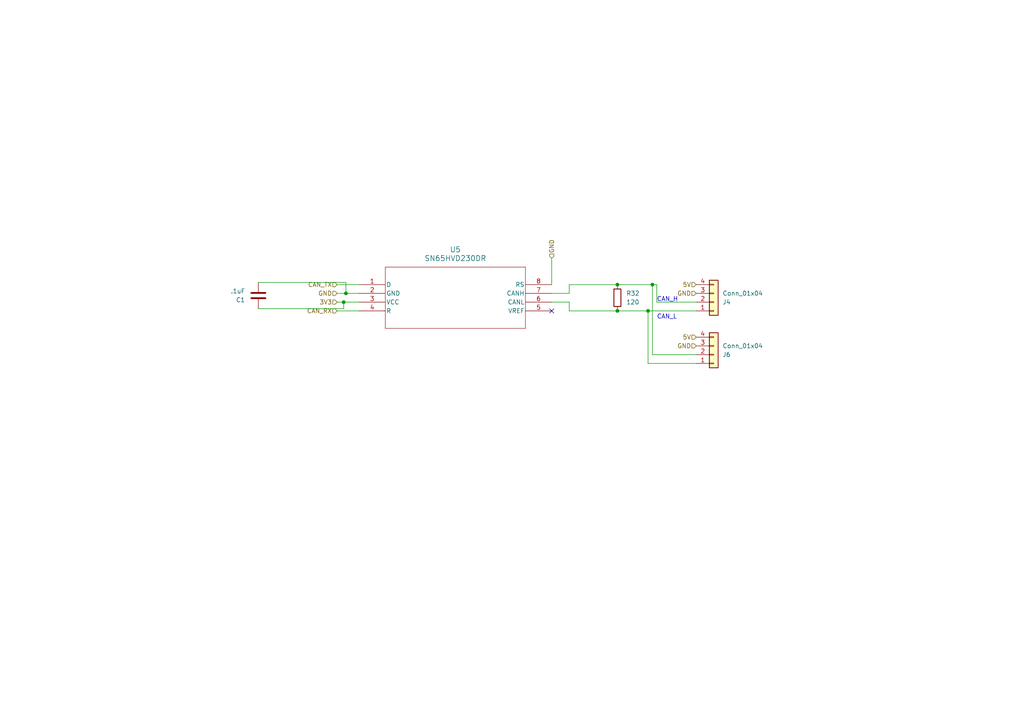
<source format=kicad_sch>
(kicad_sch (version 20230121) (generator eeschema)
  (paper "A4")
  (lib_symbols
    (symbol "Connector_Generic:Conn_01x04" (pin_names (offset 1.016) hide)
      (property "Reference" "J" (at 0 5.08 0))
      (property "Value" "Conn_01x04" (at 0 -7.62 0))
      (symbol "Conn_01x04_1_1"
        (rectangle (start -1.27 -4.953) (end 0 -5.207) (stroke (width 0.1524)))
        (rectangle (start -1.27 -2.413) (end 0 -2.667) (stroke (width 0.1524)))
        (rectangle (start -1.27 0.127) (end 0 -0.127) (stroke (width 0.1524)))
        (rectangle (start -1.27 2.667) (end 0 2.413) (stroke (width 0.1524)))
        (rectangle (start -1.27 3.81) (end 1.27 -6.35) (stroke (width 0.254)) (fill (type background)))
        (pin passive line (at -5.08 2.54 0) (length 3.81) (name "Pin_1") (number "1"))
        (pin passive line (at -5.08 0 0) (length 3.81) (name "Pin_2") (number "2"))
        (pin passive line (at -5.08 -2.54 0) (length 3.81) (name "Pin_3") (number "3"))
        (pin passive line (at -5.08 -5.08 0) (length 3.81) (name "Pin_4") (number "4"))
      )
    )
    (symbol "Device:C" (pin_numbers hide) (pin_names (offset 0.254))
      (property "Reference" "C" (at 0.635 2.54 0))
      (property "Value" "C" (at 0.635 -2.54 0))
      (symbol "C_0_1"
        (polyline (pts (xy -2.032 -0.762) (xy 2.032 -0.762)) (stroke (width 0.508)))
        (polyline (pts (xy -2.032 0.762) (xy 2.032 0.762)) (stroke (width 0.508)))
      )
      (symbol "C_1_1"
        (pin passive line (at 0 3.81 270) (length 2.794) (name "~") (number "1"))
        (pin passive line (at 0 -3.81 90) (length 2.794) (name "~") (number "2"))
      )
    )
    (symbol "Device:R" (pin_numbers hide) (pin_names (offset 0))
      (property "Reference" "R" (at 2.032 0 90))
      (property "Value" "R" (at 0 0 90))
      (symbol "R_0_1"
        (rectangle (start -1.016 -2.54) (end 1.016 2.54) (stroke (width 0.254)))
      )
      (symbol "R_1_1"
        (pin passive line (at 0 3.81 270) (length 1.27) (name "~") (number "1"))
        (pin passive line (at 0 -3.81 90) (length 1.27) (name "~") (number "2"))
      )
    )
    (symbol "SN65HVD230DR:SN65HVD230DR" (pin_names (offset 0.254))
      (property "Reference" "U" (at 27.94 10.16 0))
      (property "Value" "SN65HVD230DR" (at 27.94 7.62 0))
      (symbol "SN65HVD230DR_0_1"
        (polyline (pts (xy 7.62 -12.7) (xy 48.26 -12.7)) (stroke (width 0.127)))
        (polyline (pts (xy 7.62 5.08) (xy 7.62 -12.7)) (stroke (width 0.127)))
        (polyline (pts (xy 48.26 -12.7) (xy 48.26 5.08)) (stroke (width 0.127)))
        (polyline (pts (xy 48.26 5.08) (xy 7.62 5.08)) (stroke (width 0.127)))
        (pin input line (at 0 0 0) (length 7.62) (name "D") (number "1"))
        (pin power_in line (at 0 -2.54 0) (length 7.62) (name "GND") (number "2"))
        (pin power_in line (at 0 -5.08 0) (length 7.62) (name "VCC") (number "3"))
        (pin input line (at 0 -7.62 0) (length 7.62) (name "R") (number "4"))
        (pin power_in line (at 55.88 -7.62 180) (length 7.62) (name "VREF") (number "5"))
        (pin output line (at 55.88 -5.08 180) (length 7.62) (name "CANL") (number "6"))
        (pin output line (at 55.88 -2.54 180) (length 7.62) (name "CANH") (number "7"))
        (pin input line (at 55.88 0 180) (length 7.62) (name "RS") (number "8"))
      )
    )
  )
  (junction (at 179.07 90.17))
  (junction (at 179.07 82.55))
  (junction (at 100.33 85.09))
  (junction (at 189.23 82.55))
  (junction (at 187.96 90.17))
  (junction (at 99.695 87.63))
  (no_connect (at 160.02 90.17))
  (wire (pts (xy 160.02 74.93) (xy 160.02 82.55)))
  (wire (pts (xy 179.07 82.55) (xy 189.23 82.55)))
  (wire (pts (xy 165.1 85.09) (xy 165.1 82.55)))
  (wire (pts (xy 97.79 90.17) (xy 104.14 90.17)))
  (wire (pts (xy 201.93 87.63) (xy 190.5 87.63)))
  (wire (pts (xy 201.93 105.41) (xy 187.96 105.41)))
  (wire (pts (xy 74.93 81.915) (xy 100.33 81.915)))
  (wire (pts (xy 201.93 102.87) (xy 189.23 102.87)))
  (wire (pts (xy 165.1 90.17) (xy 165.1 87.63)))
  (wire (pts (xy 165.1 82.55) (xy 179.07 82.55)))
  (wire (pts (xy 190.5 82.55) (xy 190.5 87.63)))
  (wire (pts (xy 97.79 85.09) (xy 100.33 85.09)))
  (wire (pts (xy 179.07 90.17) (xy 165.1 90.17)))
  (wire (pts (xy 99.695 87.63) (xy 104.14 87.63)))
  (wire (pts (xy 179.07 90.17) (xy 187.96 90.17)))
  (wire (pts (xy 97.79 82.55) (xy 104.14 82.55)))
  (wire (pts (xy 187.96 90.17) (xy 201.93 90.17)))
  (wire (pts (xy 97.79 87.63) (xy 99.695 87.63)))
  (wire (pts (xy 160.02 85.09) (xy 165.1 85.09)))
  (wire (pts (xy 160.02 87.63) (xy 165.1 87.63)))
  (wire (pts (xy 100.33 81.915) (xy 100.33 85.09)))
  (wire (pts (xy 100.33 85.09) (xy 104.14 85.09)))
  (wire (pts (xy 189.23 82.55) (xy 190.5 82.55)))
  (wire (pts (xy 187.96 105.41) (xy 187.96 90.17)))
  (wire (pts (xy 189.23 102.87) (xy 189.23 82.55)))
  (wire (pts (xy 74.93 89.535) (xy 99.695 89.535)))
  (wire (pts (xy 99.695 89.535) (xy 99.695 87.63)))
  (text "CAN_H\n" (at 190.5 87.63 0) (effects (font (size 1.27 1.27)) (justify left bottom)))
  (text "CAN_L" (at 190.5 92.71 0) (effects (font (size 1.27 1.27)) (justify left bottom)))
  (hierarchical_label "GND" (shape input) (at 201.93 100.33 180))
  (hierarchical_label "GND" (shape input) (at 97.79 85.09 180))
  (hierarchical_label "GND" (shape input) (at 160.02 74.93 90))
  (hierarchical_label "5V" (shape input) (at 201.93 82.55 180))
  (hierarchical_label "CAN_TX" (shape input) (at 97.79 82.55 180))
  (hierarchical_label "CAN_RX" (shape input) (at 97.79 90.17 180))
  (hierarchical_label "5V" (shape input) (at 201.93 97.79 180))
  (hierarchical_label "3V3" (shape input) (at 97.79 87.63 180))
  (hierarchical_label "GND" (shape input) (at 201.93 85.09 180))
  (symbol (lib_id "Connector_Generic:Conn_01x04") (at 207.01 102.87 0) (mirror x) (unit 1)
    (property "Reference" "J6" (at 209.55 102.87 0) (effects (justify left)))
    (property "Value" "Conn_01x04" (at 209.55 100.33 0) (effects (justify left)))
    (property "Footprint" "Connector_JST:JST_GH_SM04B-GHS-TB_1x04-1MP_P1.25mm_Horizontal" (effects hide))
  )
  (symbol (lib_id "SN65HVD230DR:SN65HVD230DR") (at 104.14 82.55 0) (unit 1)
    (property "Reference" "U5" (at 132.08 72.39 0) (effects (font (size 1.524 1.524))))
    (property "Value" "SN65HVD230DR" (at 132.08 74.93 0) (effects (font (size 1.524 1.524))))
    (property "Footprint" "SN65HVD230DR:SOIC127P599X175-8N" (effects hide))
    (property "Datasheet" "SN65HVD230DR" (effects hide))
    (instances (project "ROSE-PILK_v1" (path "" (reference "U5") (unit 1)) (path "" (reference "U7") (unit 1))))
  )
  (symbol (lib_id "Connector_Generic:Conn_01x04") (at 207.01 87.63 0) (mirror x) (unit 1)
    (property "Reference" "J4" (at 209.55 87.63 0) (effects (justify left)))
    (property "Value" "Conn_01x04" (at 209.55 85.09 0) (effects (justify left)))
    (property "Footprint" "Connector_JST:JST_GH_SM04B-GHS-TB_1x04-1MP_P1.25mm_Horizontal" (effects hide))
  )
  (symbol (lib_id "Device:C") (at 74.93 85.725 180) (unit 1)
    (property "Reference" "C1" (at 71.12 86.995 0) (effects (justify left)))
    (property "Value" ".1uF" (at 71.12 84.455 0) (effects (justify left)))
    (property "Footprint" "Capacitor_THT:C_Disc_D7.0mm_W2.5mm_P5.00mm" (effects hide))
    (instances (project "ROSE-PILK_v1" (path "" (reference "C1") (unit 1)) (path "" (reference "C5") (unit 1)) (path "" (reference "CAN2") (unit 1))))
  )
  (symbol (lib_id "Device:R") (at 179.07 86.36 0) (unit 1)
    (property "Reference" "R32" (at 181.61 85.09 0) (effects (justify left)))
    (property "Value" "120" (at 181.61 87.63 0) (effects (justify left)))
    (property "Footprint" "Resistor_THT:R_Axial_DIN0207_L6.3mm_D2.5mm_P10.16mm_Horizontal" (effects hide))
    (instances (project "ROSE-PILK_v1" (path "" (reference "R32") (unit 1)) (path "" (reference "R33") (unit 1))))
  )
)
</source>
